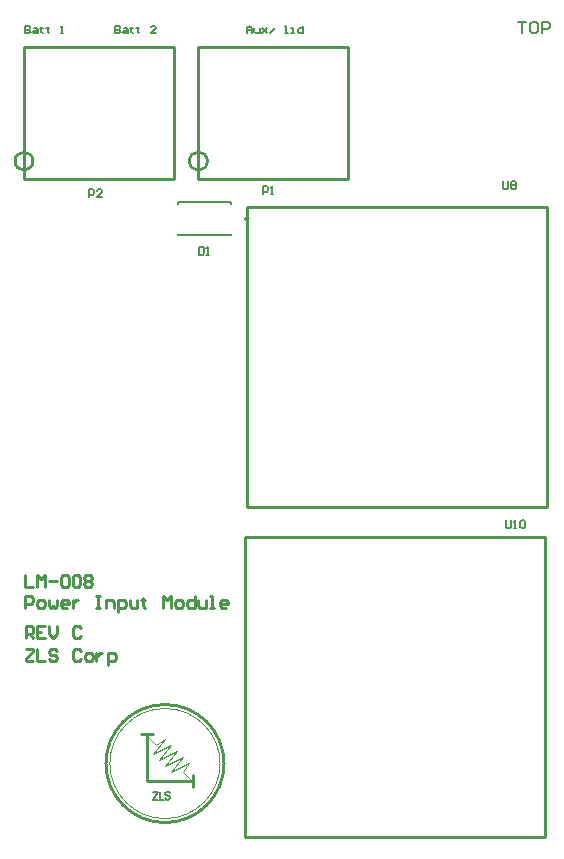
<source format=gbr>
G04 Layer_Color=65535*
%FSLAX26Y26*%
%MOIN*%
%TF.FileFunction,Legend,Top*%
%TF.Part,Single*%
G01*
G75*
%TA.AperFunction,NonConductor*%
%ADD54C,0.009842*%
%ADD56C,0.007874*%
%ADD57C,0.005900*%
%ADD66C,0.010000*%
%ADD67C,0.003937*%
%ADD68C,0.005905*%
D54*
X945654Y1908000D02*
G03*
X945654Y1908000I-4921J0D01*
G01*
X201882Y721125D02*
Y681767D01*
X228120D01*
X241239D02*
Y721125D01*
X254358Y708005D01*
X267477Y721125D01*
Y681767D01*
X280597Y701446D02*
X306835D01*
X319954Y714565D02*
X326514Y721125D01*
X339633D01*
X346192Y714565D01*
Y688327D01*
X339633Y681767D01*
X326514D01*
X319954Y688327D01*
Y714565D01*
X359311D02*
X365871Y721125D01*
X378990D01*
X385550Y714565D01*
Y688327D01*
X378990Y681767D01*
X365871D01*
X359311Y688327D01*
Y714565D01*
X398669D02*
X405228Y721125D01*
X418348D01*
X424907Y714565D01*
Y708005D01*
X418348Y701446D01*
X424907Y694886D01*
Y688327D01*
X418348Y681767D01*
X405228D01*
X398669Y688327D01*
Y694886D01*
X405228Y701446D01*
X398669Y708005D01*
Y714565D01*
X405228Y701446D02*
X418348D01*
X201882Y610917D02*
Y650274D01*
X221560D01*
X228120Y643714D01*
Y630595D01*
X221560Y624036D01*
X201882D01*
X247799Y610917D02*
X260918D01*
X267477Y617476D01*
Y630595D01*
X260918Y637155D01*
X247799D01*
X241239Y630595D01*
Y617476D01*
X247799Y610917D01*
X280597Y637155D02*
Y617476D01*
X287156Y610917D01*
X293716Y617476D01*
X300275Y610917D01*
X306835Y617476D01*
Y637155D01*
X339633Y610917D02*
X326514D01*
X319954Y617476D01*
Y630595D01*
X326514Y637155D01*
X339633D01*
X346192Y630595D01*
Y624036D01*
X319954D01*
X359311Y637155D02*
Y610917D01*
Y624036D01*
X365871Y630595D01*
X372430Y637155D01*
X378990D01*
X438026Y650274D02*
X451145D01*
X444586D01*
Y610917D01*
X438026D01*
X451145D01*
X470824D02*
Y637155D01*
X490503D01*
X497062Y630595D01*
Y610917D01*
X510181Y597797D02*
Y637155D01*
X529860D01*
X536420Y630595D01*
Y617476D01*
X529860Y610917D01*
X510181D01*
X549539Y637155D02*
Y617476D01*
X556098Y610917D01*
X575777D01*
Y637155D01*
X595456Y643714D02*
Y637155D01*
X588896D01*
X602015D01*
X595456D01*
Y617476D01*
X602015Y610917D01*
X661051D02*
Y650274D01*
X674170Y637155D01*
X687290Y650274D01*
Y610917D01*
X706968D02*
X720087D01*
X726647Y617476D01*
Y630595D01*
X720087Y637155D01*
X706968D01*
X700409Y630595D01*
Y617476D01*
X706968Y610917D01*
X766004Y650274D02*
Y610917D01*
X746326D01*
X739766Y617476D01*
Y630595D01*
X746326Y637155D01*
X766004D01*
X779124D02*
Y617476D01*
X785683Y610917D01*
X805362D01*
Y637155D01*
X818481Y610917D02*
X831600D01*
X825041D01*
Y650274D01*
X818481D01*
X870957Y610917D02*
X857838D01*
X851279Y617476D01*
Y630595D01*
X857838Y637155D01*
X870957D01*
X877517Y630595D01*
Y624036D01*
X851279D01*
X202999Y511811D02*
Y551168D01*
X222677D01*
X229237Y544609D01*
Y531490D01*
X222677Y524930D01*
X202999D01*
X216118D02*
X229237Y511811D01*
X268594Y551168D02*
X242356D01*
Y511811D01*
X268594D01*
X242356Y531490D02*
X255475D01*
X281713Y551168D02*
Y524930D01*
X294832Y511811D01*
X307952Y524930D01*
Y551168D01*
X386666Y544609D02*
X380107Y551168D01*
X366988D01*
X360428Y544609D01*
Y518371D01*
X366988Y511811D01*
X380107D01*
X386666Y518371D01*
X202999Y472428D02*
X229237D01*
Y465869D01*
X202999Y439630D01*
Y433071D01*
X229237D01*
X242356Y472428D02*
Y433071D01*
X268594D01*
X307952Y465869D02*
X301392Y472428D01*
X288273D01*
X281713Y465869D01*
Y459309D01*
X288273Y452750D01*
X301392D01*
X307952Y446190D01*
Y439630D01*
X301392Y433071D01*
X288273D01*
X281713Y439630D01*
X386666Y465869D02*
X380107Y472428D01*
X366988D01*
X360428Y465869D01*
Y439630D01*
X366988Y433071D01*
X380107D01*
X386666Y439630D01*
X406345Y433071D02*
X419464D01*
X426024Y439630D01*
Y452750D01*
X419464Y459309D01*
X406345D01*
X399786Y452750D01*
Y439630D01*
X406345Y433071D01*
X439143Y459309D02*
Y433071D01*
Y446190D01*
X445703Y452750D01*
X452262Y459309D01*
X458822D01*
X478500Y419952D02*
Y459309D01*
X498179D01*
X504739Y452750D01*
Y439630D01*
X498179Y433071D01*
X478500D01*
D56*
X711402Y1852882D02*
X888568D01*
X711402Y1963118D02*
X888568D01*
Y1852882D02*
Y1858788D01*
X711402Y1852882D02*
Y1858788D01*
X888568Y1957212D02*
Y1963118D01*
X711402Y1957212D02*
Y1963118D01*
D57*
X1845900Y2565257D02*
X1872138D01*
X1859019D01*
Y2525900D01*
X1904936Y2565257D02*
X1891817D01*
X1885257Y2558698D01*
Y2532460D01*
X1891817Y2525900D01*
X1904936D01*
X1911496Y2532460D01*
Y2558698D01*
X1904936Y2565257D01*
X1924615Y2525900D02*
Y2565257D01*
X1944293D01*
X1950853Y2558698D01*
Y2545579D01*
X1944293Y2539019D01*
X1924615D01*
X1795000Y2032582D02*
Y2011264D01*
X1799264Y2007000D01*
X1807792D01*
X1812055Y2011264D01*
Y2032582D01*
X1820583Y2028318D02*
X1824846Y2032582D01*
X1833374D01*
X1837638Y2028318D01*
Y2024055D01*
X1833374Y2019791D01*
X1837638Y2015527D01*
Y2011264D01*
X1833374Y2007000D01*
X1824846D01*
X1820583Y2011264D01*
Y2015527D01*
X1824846Y2019791D01*
X1820583Y2024055D01*
Y2028318D01*
X1824846Y2019791D02*
X1833374D01*
X1805000Y902582D02*
Y881264D01*
X1809264Y877000D01*
X1817792D01*
X1822055Y881264D01*
Y902582D01*
X1830583Y877000D02*
X1839110D01*
X1834846D01*
Y902582D01*
X1830583Y898318D01*
X1851901D02*
X1856165Y902582D01*
X1864692D01*
X1868956Y898318D01*
Y881264D01*
X1864692Y877000D01*
X1856165D01*
X1851901Y881264D01*
Y898318D01*
X779985Y1813582D02*
Y1788000D01*
X792776D01*
X797039Y1792264D01*
Y1809318D01*
X792776Y1813582D01*
X779985D01*
X805567Y1788000D02*
X814094D01*
X809831D01*
Y1813582D01*
X805567Y1809318D01*
X993976Y1990000D02*
Y2015582D01*
X1006767D01*
X1011031Y2011319D01*
Y2002791D01*
X1006767Y1998527D01*
X993976D01*
X1019558Y1990000D02*
X1028086D01*
X1023822D01*
Y2015582D01*
X1019558Y2011319D01*
X500000Y2551582D02*
Y2526000D01*
X512791D01*
X517055Y2530264D01*
Y2534527D01*
X512791Y2538791D01*
X500000D01*
X512791D01*
X517055Y2543055D01*
Y2547319D01*
X512791Y2551582D01*
X500000D01*
X529846Y2543055D02*
X538374D01*
X542637Y2538791D01*
Y2526000D01*
X529846D01*
X525582Y2530264D01*
X529846Y2534527D01*
X542637D01*
X555428Y2547319D02*
Y2543055D01*
X551165D01*
X559692D01*
X555428D01*
Y2530264D01*
X559692Y2526000D01*
X576747Y2547319D02*
Y2543055D01*
X572483D01*
X581011D01*
X576747D01*
Y2530264D01*
X581011Y2526000D01*
X636439D02*
X619384D01*
X636439Y2543055D01*
Y2547319D01*
X632175Y2551582D01*
X623648D01*
X619384Y2547319D01*
X644577Y-2329D02*
X627520Y-27914D01*
Y-2329D02*
X644577D01*
X627520Y-27914D02*
X644577D01*
X650303Y-2329D02*
Y-27914D01*
X664923D01*
X684782Y-5984D02*
X682345Y-3547D01*
X678690Y-2329D01*
X673817D01*
X670162Y-3547D01*
X667725Y-5984D01*
Y-8420D01*
X668943Y-10857D01*
X670162Y-12075D01*
X672598Y-13293D01*
X679908Y-15730D01*
X682345Y-16948D01*
X683563Y-18167D01*
X684782Y-20604D01*
Y-24259D01*
X682345Y-26695D01*
X678690Y-27914D01*
X673817D01*
X670162Y-26695D01*
X667725Y-24259D01*
X200000Y2551582D02*
Y2526000D01*
X212791D01*
X217055Y2530264D01*
Y2534527D01*
X212791Y2538791D01*
X200000D01*
X212791D01*
X217055Y2543055D01*
Y2547319D01*
X212791Y2551582D01*
X200000D01*
X229846Y2543055D02*
X238374D01*
X242637Y2538791D01*
Y2526000D01*
X229846D01*
X225582Y2530264D01*
X229846Y2534527D01*
X242637D01*
X255428Y2547319D02*
Y2543055D01*
X251165D01*
X259692D01*
X255428D01*
Y2530264D01*
X259692Y2526000D01*
X276747Y2547319D02*
Y2543055D01*
X272483D01*
X281011D01*
X276747D01*
Y2530264D01*
X281011Y2526000D01*
X319384D02*
X327911D01*
X323648D01*
Y2551582D01*
X319384Y2547319D01*
X940000Y2526000D02*
Y2543055D01*
X948527Y2551582D01*
X957055Y2543055D01*
Y2526000D01*
Y2538791D01*
X940000D01*
X965582Y2543055D02*
Y2530264D01*
X969846Y2526000D01*
X982637D01*
Y2543055D01*
X991165D02*
X1008220Y2526000D01*
X999692Y2534527D01*
X1008220Y2543055D01*
X991165Y2526000D01*
X1016747D02*
X1033802Y2543055D01*
X1067911Y2526000D02*
X1076439D01*
X1072175D01*
Y2551582D01*
X1067911D01*
X1089230Y2526000D02*
X1097757D01*
X1093494D01*
Y2543055D01*
X1089230D01*
X1127604Y2551582D02*
Y2526000D01*
X1114812D01*
X1110549Y2530264D01*
Y2538791D01*
X1114812Y2543055D01*
X1127604D01*
D66*
X227442Y2100000D02*
G03*
X227442Y2100000I-30000J0D01*
G01*
X808976D02*
G03*
X808976Y2100000I-30000J0D01*
G01*
X864370Y92086D02*
G03*
X864370Y92086I-196850J0D01*
G01*
X197442Y2040945D02*
Y2480000D01*
X697442D01*
Y2040945D02*
Y2480000D01*
X197442Y2040945D02*
X697442D01*
X940000Y947000D02*
Y1947000D01*
Y1946982D02*
X1940004Y1947000D01*
X1940000Y947000D02*
Y1947000D01*
X940000Y947000D02*
X1940000D01*
X935000Y-153000D02*
X1935000D01*
Y847000D01*
X935000Y846982D02*
X1935004Y847000D01*
X935000Y-153000D02*
Y847000D01*
X778976Y2040945D02*
Y2480000D01*
X1278976D01*
Y2040945D02*
Y2480000D01*
X778976Y2040945D02*
X1278976D01*
X762520Y15086D02*
Y55086D01*
X607520Y35086D02*
Y185086D01*
Y35086D02*
X757520D01*
X587520Y190086D02*
X627520D01*
D67*
X851096Y92086D02*
G03*
X851096Y92086I-183576J0D01*
G01*
X637520Y155086D02*
X667520Y175086D01*
X727520Y65086D02*
X757520Y35086D01*
X727520Y65086D02*
X747520Y95086D01*
X647520Y105086D02*
X687520Y155086D01*
X667520Y85086D02*
X707520Y135086D01*
X647520Y105086D02*
X707520Y135086D01*
X667520Y85086D02*
X727520Y115086D01*
X607520Y185086D02*
X637520Y155086D01*
X687520Y65086D02*
X747520Y95086D01*
X627520Y125086D02*
X667520Y175086D01*
X627520Y125086D02*
X687520Y155086D01*
Y65086D02*
X727520Y115086D01*
D68*
X414820Y1980000D02*
Y2005582D01*
X427611D01*
X431875Y2001319D01*
Y1992791D01*
X427611Y1988527D01*
X414820D01*
X457457Y1980000D02*
X440402D01*
X457457Y1997055D01*
Y2001319D01*
X453193Y2005582D01*
X444666D01*
X440402Y2001319D01*
%TF.MD5,8daa5e323680bfc410711af236e51daf*%
M02*

</source>
